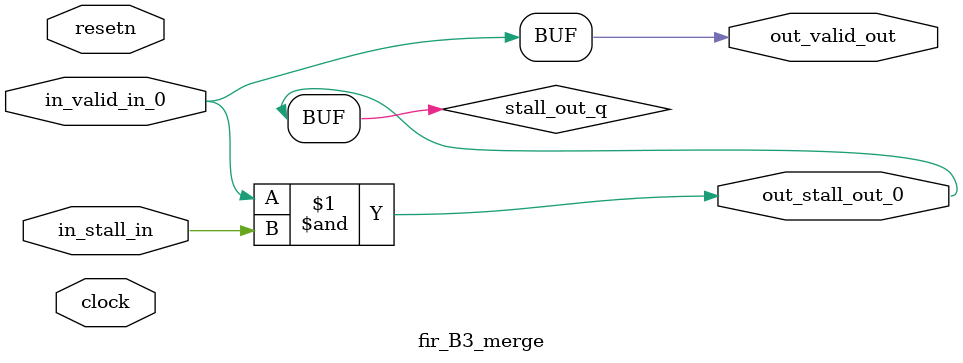
<source format=sv>



(* altera_attribute = "-name AUTO_SHIFT_REGISTER_RECOGNITION OFF; -name MESSAGE_DISABLE 10036; -name MESSAGE_DISABLE 10037; -name MESSAGE_DISABLE 14130; -name MESSAGE_DISABLE 14320; -name MESSAGE_DISABLE 15400; -name MESSAGE_DISABLE 14130; -name MESSAGE_DISABLE 10036; -name MESSAGE_DISABLE 12020; -name MESSAGE_DISABLE 12030; -name MESSAGE_DISABLE 12010; -name MESSAGE_DISABLE 12110; -name MESSAGE_DISABLE 14320; -name MESSAGE_DISABLE 13410; -name MESSAGE_DISABLE 113007; -name MESSAGE_DISABLE 10958" *)
module fir_B3_merge (
    input wire [0:0] in_stall_in,
    input wire [0:0] in_valid_in_0,
    output wire [0:0] out_stall_out_0,
    output wire [0:0] out_valid_out,
    input wire clock,
    input wire resetn
    );

    wire [0:0] stall_out_q;


    // stall_out(LOGICAL,6)
    assign stall_out_q = in_valid_in_0 & in_stall_in;

    // out_stall_out_0(GPOUT,4)
    assign out_stall_out_0 = stall_out_q;

    // out_valid_out(GPOUT,5)
    assign out_valid_out = in_valid_in_0;

endmodule

</source>
